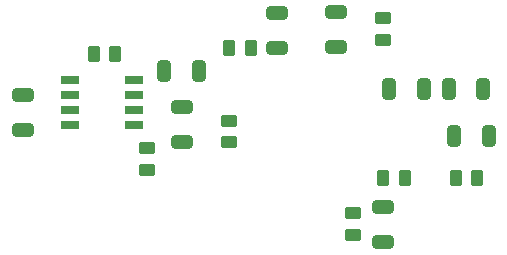
<source format=gbr>
%TF.GenerationSoftware,KiCad,Pcbnew,8.0.2*%
%TF.CreationDate,2024-07-10T18:46:51-04:00*%
%TF.ProjectId,EMGs,454d4773-2e6b-4696-9361-645f70636258,rev?*%
%TF.SameCoordinates,Original*%
%TF.FileFunction,Paste,Top*%
%TF.FilePolarity,Positive*%
%FSLAX46Y46*%
G04 Gerber Fmt 4.6, Leading zero omitted, Abs format (unit mm)*
G04 Created by KiCad (PCBNEW 8.0.2) date 2024-07-10 18:46:51*
%MOMM*%
%LPD*%
G01*
G04 APERTURE LIST*
G04 Aperture macros list*
%AMRoundRect*
0 Rectangle with rounded corners*
0 $1 Rounding radius*
0 $2 $3 $4 $5 $6 $7 $8 $9 X,Y pos of 4 corners*
0 Add a 4 corners polygon primitive as box body*
4,1,4,$2,$3,$4,$5,$6,$7,$8,$9,$2,$3,0*
0 Add four circle primitives for the rounded corners*
1,1,$1+$1,$2,$3*
1,1,$1+$1,$4,$5*
1,1,$1+$1,$6,$7*
1,1,$1+$1,$8,$9*
0 Add four rect primitives between the rounded corners*
20,1,$1+$1,$2,$3,$4,$5,0*
20,1,$1+$1,$4,$5,$6,$7,0*
20,1,$1+$1,$6,$7,$8,$9,0*
20,1,$1+$1,$8,$9,$2,$3,0*%
G04 Aperture macros list end*
%ADD10RoundRect,0.250000X-0.325000X-0.650000X0.325000X-0.650000X0.325000X0.650000X-0.325000X0.650000X0*%
%ADD11RoundRect,0.250000X-0.650000X0.325000X-0.650000X-0.325000X0.650000X-0.325000X0.650000X0.325000X0*%
%ADD12RoundRect,0.250000X0.450000X-0.262500X0.450000X0.262500X-0.450000X0.262500X-0.450000X-0.262500X0*%
%ADD13RoundRect,0.250000X0.650000X-0.325000X0.650000X0.325000X-0.650000X0.325000X-0.650000X-0.325000X0*%
%ADD14RoundRect,0.250000X0.262500X0.450000X-0.262500X0.450000X-0.262500X-0.450000X0.262500X-0.450000X0*%
%ADD15RoundRect,0.250000X-0.262500X-0.450000X0.262500X-0.450000X0.262500X0.450000X-0.262500X0.450000X0*%
%ADD16R,1.528000X0.650000*%
G04 APERTURE END LIST*
D10*
X167550000Y-91500000D03*
X170500000Y-91500000D03*
X162500000Y-91500000D03*
X165450000Y-91500000D03*
X168000000Y-95500000D03*
X170950000Y-95500000D03*
D11*
X153000000Y-85050000D03*
X153000000Y-88000000D03*
D12*
X159500000Y-103825000D03*
X159500000Y-102000000D03*
D13*
X158000000Y-87950000D03*
X158000000Y-85000000D03*
D12*
X162000000Y-87325000D03*
X162000000Y-85500000D03*
D14*
X139325000Y-88500000D03*
X137500000Y-88500000D03*
D12*
X149000000Y-96000000D03*
X149000000Y-94175000D03*
D11*
X145000000Y-93050000D03*
X145000000Y-96000000D03*
D15*
X162000000Y-99000000D03*
X163825000Y-99000000D03*
D10*
X143500000Y-90000000D03*
X146450000Y-90000000D03*
D12*
X142000000Y-98325000D03*
X142000000Y-96500000D03*
D11*
X131500000Y-92000000D03*
X131500000Y-94950000D03*
D15*
X168175000Y-99000000D03*
X170000000Y-99000000D03*
X149000000Y-88000000D03*
X150825000Y-88000000D03*
D11*
X162000000Y-101500000D03*
X162000000Y-104450000D03*
D16*
X135500000Y-90690000D03*
X135500000Y-91960000D03*
X135500000Y-93230000D03*
X135500000Y-94500000D03*
X140922000Y-94500000D03*
X140922000Y-93230000D03*
X140922000Y-91960000D03*
X140922000Y-90690000D03*
M02*

</source>
